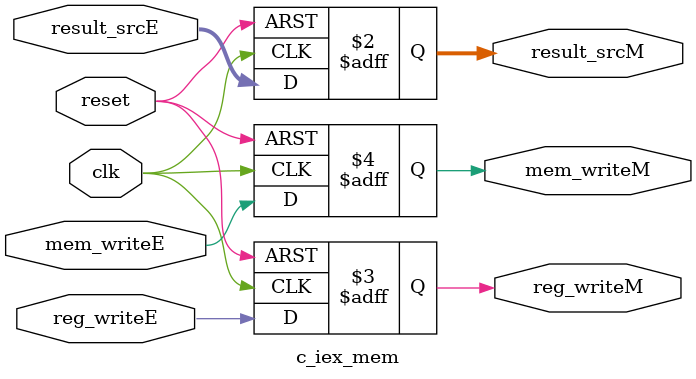
<source format=v>
`timescale 1ns / 1ps


module c_iex_mem(
    input wire clk, reset,
    
    input wire [1:0] result_srcE,
    input wire reg_writeE, mem_writeE,
    
    output reg [1:0] result_srcM,
    output reg reg_writeM, mem_writeM
);
    
    always @(posedge clk or posedge reset) begin
        if (reset) begin
            result_srcM <= 0;
            reg_writeM <= 0;
            mem_writeM <= 0;
        end
        else begin
            result_srcM <= result_srcE;
            reg_writeM <= reg_writeE;
            mem_writeM <= mem_writeE;
        end
    end

endmodule

</source>
